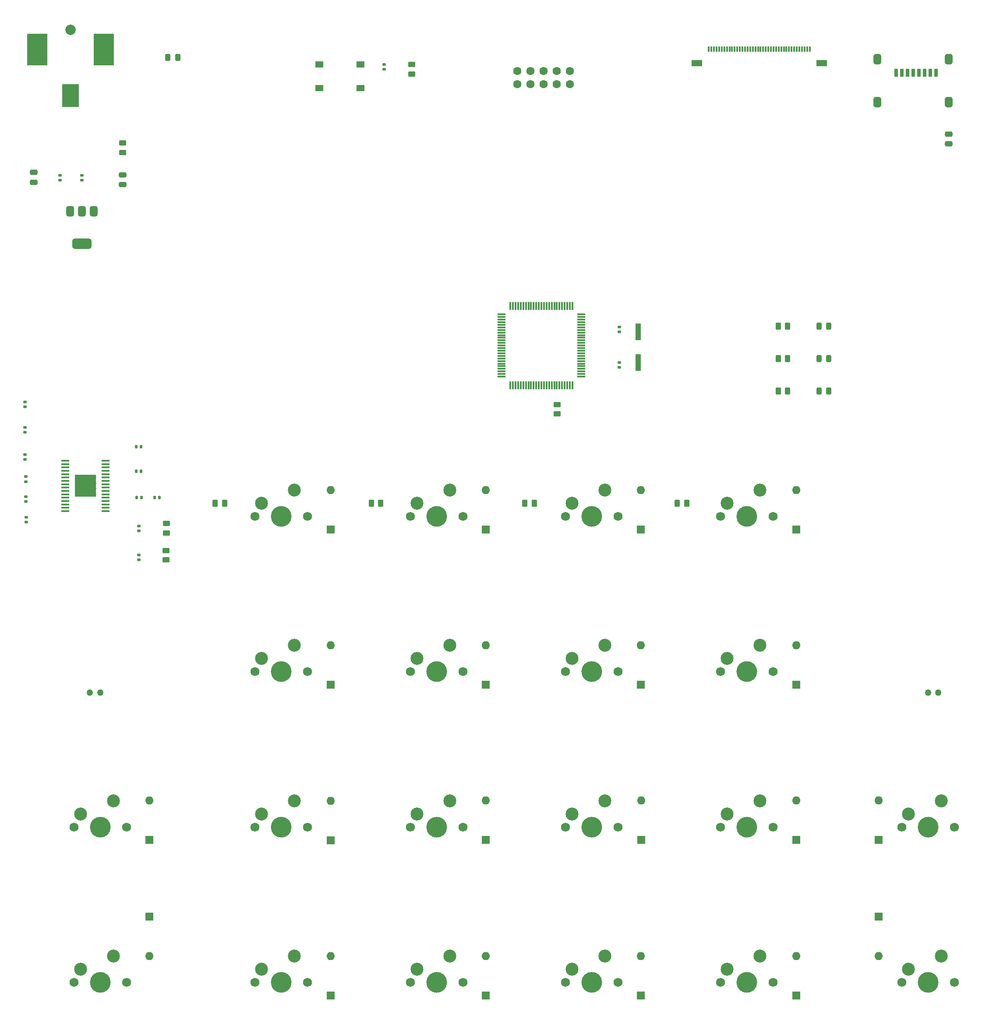
<source format=gts>
G04 #@! TF.GenerationSoftware,KiCad,Pcbnew,8.0.4*
G04 #@! TF.CreationDate,2024-10-08T15:05:27-04:00*
G04 #@! TF.ProjectId,FULL BOARD,46554c4c-2042-44f4-9152-442e6b696361,rev?*
G04 #@! TF.SameCoordinates,Original*
G04 #@! TF.FileFunction,Soldermask,Top*
G04 #@! TF.FilePolarity,Negative*
%FSLAX46Y46*%
G04 Gerber Fmt 4.6, Leading zero omitted, Abs format (unit mm)*
G04 Created by KiCad (PCBNEW 8.0.4) date 2024-10-08 15:05:27*
%MOMM*%
%LPD*%
G01*
G04 APERTURE LIST*
G04 Aperture macros list*
%AMRoundRect*
0 Rectangle with rounded corners*
0 $1 Rounding radius*
0 $2 $3 $4 $5 $6 $7 $8 $9 X,Y pos of 4 corners*
0 Add a 4 corners polygon primitive as box body*
4,1,4,$2,$3,$4,$5,$6,$7,$8,$9,$2,$3,0*
0 Add four circle primitives for the rounded corners*
1,1,$1+$1,$2,$3*
1,1,$1+$1,$4,$5*
1,1,$1+$1,$6,$7*
1,1,$1+$1,$8,$9*
0 Add four rect primitives between the rounded corners*
20,1,$1+$1,$2,$3,$4,$5,0*
20,1,$1+$1,$4,$5,$6,$7,0*
20,1,$1+$1,$6,$7,$8,$9,0*
20,1,$1+$1,$8,$9,$2,$3,0*%
G04 Aperture macros list end*
%ADD10RoundRect,0.140000X0.170000X-0.140000X0.170000X0.140000X-0.170000X0.140000X-0.170000X-0.140000X0*%
%ADD11R,1.041400X3.200400*%
%ADD12RoundRect,0.250000X-0.450000X0.262500X-0.450000X-0.262500X0.450000X-0.262500X0.450000X0.262500X0*%
%ADD13C,1.600200*%
%ADD14RoundRect,0.140000X0.140000X0.170000X-0.140000X0.170000X-0.140000X-0.170000X0.140000X-0.170000X0*%
%ADD15R,1.599999X0.449999*%
%ADD16R,4.110000X4.359999*%
%ADD17C,0.499999*%
%ADD18RoundRect,0.250000X-0.475000X0.250000X-0.475000X-0.250000X0.475000X-0.250000X0.475000X0.250000X0*%
%ADD19C,1.750000*%
%ADD20C,4.000000*%
%ADD21C,2.500000*%
%ADD22C,1.270000*%
%ADD23RoundRect,0.243750X0.243750X0.456250X-0.243750X0.456250X-0.243750X-0.456250X0.243750X-0.456250X0*%
%ADD24RoundRect,0.140000X-0.170000X0.140000X-0.170000X-0.140000X0.170000X-0.140000X0.170000X0.140000X0*%
%ADD25RoundRect,0.243750X-0.243750X-0.456250X0.243750X-0.456250X0.243750X0.456250X-0.243750X0.456250X0*%
%ADD26C,2.006600*%
%ADD27R,3.302000X4.394200*%
%ADD28R,3.911600X6.197600*%
%ADD29RoundRect,0.250000X0.475000X-0.250000X0.475000X0.250000X-0.475000X0.250000X-0.475000X-0.250000X0*%
%ADD30RoundRect,0.140000X-0.140000X-0.170000X0.140000X-0.170000X0.140000X0.170000X-0.140000X0.170000X0*%
%ADD31RoundRect,0.250000X-0.262500X-0.450000X0.262500X-0.450000X0.262500X0.450000X-0.262500X0.450000X0*%
%ADD32RoundRect,0.250000X0.262500X0.450000X-0.262500X0.450000X-0.262500X-0.450000X0.262500X-0.450000X0*%
%ADD33RoundRect,0.250000X0.450000X-0.262500X0.450000X0.262500X-0.450000X0.262500X-0.450000X-0.262500X0*%
%ADD34RoundRect,0.075000X0.725000X0.075000X-0.725000X0.075000X-0.725000X-0.075000X0.725000X-0.075000X0*%
%ADD35RoundRect,0.075000X0.075000X0.725000X-0.075000X0.725000X-0.075000X-0.725000X0.075000X-0.725000X0*%
%ADD36R,0.800000X1.500000*%
%ADD37RoundRect,0.362500X-0.362500X-0.637500X0.362500X-0.637500X0.362500X0.637500X-0.362500X0.637500X0*%
%ADD38RoundRect,0.375000X-0.375000X0.625000X-0.375000X-0.625000X0.375000X-0.625000X0.375000X0.625000X0*%
%ADD39RoundRect,0.500000X-1.400000X0.500000X-1.400000X-0.500000X1.400000X-0.500000X1.400000X0.500000X0*%
%ADD40R,1.550000X1.300000*%
%ADD41R,0.300000X1.000000*%
%ADD42R,2.000000X1.300000*%
%ADD43R,1.600000X1.600000*%
%ADD44O,1.600000X1.600000*%
G04 APERTURE END LIST*
D10*
X96230800Y-142308200D03*
X96230800Y-141348200D03*
D11*
X192711600Y-109789600D03*
X192711600Y-103871400D03*
D12*
X101435200Y-146070000D03*
X101435200Y-147895000D03*
D13*
X179511600Y-53491400D03*
X179511600Y-56031400D03*
X176971600Y-53491400D03*
X176971600Y-56031400D03*
X174431600Y-53491400D03*
X174431600Y-56031400D03*
X171891600Y-53491400D03*
X171891600Y-56031400D03*
X169351600Y-53491400D03*
X169351600Y-56031400D03*
D14*
X100208200Y-135884600D03*
X99248200Y-135884600D03*
D15*
X89819200Y-138494999D03*
X89819200Y-137844998D03*
X89819200Y-137194999D03*
X89819200Y-136544998D03*
X89819200Y-135894999D03*
X89819200Y-135244998D03*
X89819200Y-134594999D03*
X89819200Y-133944998D03*
X89819200Y-133294999D03*
X89819200Y-132644998D03*
X89819200Y-131994999D03*
X89819200Y-131344998D03*
X89819200Y-130695000D03*
X89819200Y-130044998D03*
X89819200Y-129395000D03*
X89819200Y-128744998D03*
X82019200Y-128744998D03*
X82019200Y-129395000D03*
X82019200Y-130044998D03*
X82019200Y-130695000D03*
X82019200Y-131344998D03*
X82019200Y-131994999D03*
X82019200Y-132644998D03*
X82019200Y-133294999D03*
X82019200Y-133944998D03*
X82019200Y-134594999D03*
X82019200Y-135244998D03*
X82019200Y-135894999D03*
X82019200Y-136544998D03*
X82019200Y-137194999D03*
X82019200Y-137844998D03*
X82019200Y-138494999D03*
D16*
X85919200Y-133620000D03*
D17*
X87724200Y-135269999D03*
X87724200Y-134169999D03*
X87724200Y-133070001D03*
X87724200Y-131970001D03*
X85919200Y-135269999D03*
X85919200Y-134169999D03*
X85919200Y-133070001D03*
X85919200Y-131970001D03*
X84114200Y-135269999D03*
X84114200Y-134169999D03*
X84114200Y-133070001D03*
X84114200Y-131970001D03*
D18*
X75856900Y-73068800D03*
X75856900Y-74968800D03*
D19*
X243674000Y-229491400D03*
D20*
X248754000Y-229491400D03*
D19*
X253834000Y-229491400D03*
D21*
X244944000Y-226951400D03*
X251294000Y-224411400D03*
D19*
X148674000Y-229491400D03*
D20*
X153754000Y-229491400D03*
D19*
X158834000Y-229491400D03*
D21*
X149944000Y-226951400D03*
X156294000Y-224411400D03*
D22*
X88754033Y-173514000D03*
X86754032Y-173514000D03*
D23*
X229559000Y-102754000D03*
X227684000Y-102754000D03*
D19*
X118674000Y-229491400D03*
D20*
X123754000Y-229491400D03*
D19*
X128834000Y-229491400D03*
D21*
X119944000Y-226951400D03*
X126294000Y-224411400D03*
D10*
X96228200Y-147919000D03*
X96228200Y-146959000D03*
D24*
X74409600Y-135656000D03*
X74409600Y-136616000D03*
D19*
X178674000Y-199491400D03*
D20*
X183754000Y-199491400D03*
D19*
X188834000Y-199491400D03*
D21*
X179944000Y-196951400D03*
X186294000Y-194411400D03*
D25*
X101841600Y-50891400D03*
X103716600Y-50891400D03*
D19*
X83674000Y-199491400D03*
D20*
X88754000Y-199491400D03*
D19*
X93834000Y-199491400D03*
D21*
X84944000Y-196951400D03*
X91294000Y-194411400D03*
D26*
X83021600Y-45491400D03*
D27*
X83021600Y-58238510D03*
D28*
X89477400Y-49294800D03*
X76565800Y-49294800D03*
D29*
X93078100Y-75451400D03*
X93078100Y-73551400D03*
D19*
X208674000Y-199491400D03*
D20*
X213754000Y-199491400D03*
D19*
X218834000Y-199491400D03*
D21*
X209944000Y-196951400D03*
X216294000Y-194411400D03*
D10*
X189101600Y-103871400D03*
X189101600Y-102911400D03*
D30*
X95700000Y-130779200D03*
X96660000Y-130779200D03*
D31*
X219806500Y-115284000D03*
X221631500Y-115284000D03*
D30*
X95771000Y-135884600D03*
X96731000Y-135884600D03*
D32*
X112799000Y-136954000D03*
X110974000Y-136954000D03*
D19*
X118674000Y-169491400D03*
D20*
X123754000Y-169491400D03*
D19*
X128834000Y-169491400D03*
D21*
X119944000Y-166951400D03*
X126294000Y-164411400D03*
D19*
X118674000Y-199491400D03*
D20*
X123754000Y-199491400D03*
D19*
X128834000Y-199491400D03*
D21*
X119944000Y-196951400D03*
X126294000Y-194411400D03*
D23*
X229579000Y-109014000D03*
X227704000Y-109014000D03*
D33*
X148931600Y-54036400D03*
X148931600Y-52211400D03*
D19*
X148674000Y-139491400D03*
D20*
X153754000Y-139491400D03*
D19*
X158834000Y-139491400D03*
D21*
X149944000Y-136951400D03*
X156294000Y-134411400D03*
D19*
X148674000Y-169491400D03*
D20*
X153754000Y-169491400D03*
D19*
X158834000Y-169491400D03*
D21*
X149944000Y-166951400D03*
X156294000Y-164411400D03*
D31*
X219819000Y-109024000D03*
X221644000Y-109024000D03*
X219819000Y-102774000D03*
X221644000Y-102774000D03*
D10*
X74358800Y-132780600D03*
X74358800Y-131820600D03*
D19*
X208674000Y-229491400D03*
D20*
X213754000Y-229491400D03*
D19*
X218834000Y-229491400D03*
D21*
X209944000Y-226951400D03*
X216294000Y-224411400D03*
D12*
X101511400Y-140888400D03*
X101511400Y-142713400D03*
D32*
X172669000Y-136934000D03*
X170844000Y-136934000D03*
D24*
X74206400Y-127578800D03*
X74206400Y-128538800D03*
D19*
X208674000Y-139491400D03*
D20*
X213754000Y-139491400D03*
D19*
X218834000Y-139491400D03*
D21*
X209944000Y-136951400D03*
X216294000Y-134411400D03*
D22*
X250753968Y-173514000D03*
X248753967Y-173514000D03*
D19*
X118674000Y-139491400D03*
D20*
X123754000Y-139491400D03*
D19*
X128834000Y-139491400D03*
D21*
X119944000Y-136951400D03*
X126294000Y-134411400D03*
D34*
X181702000Y-112501000D03*
X181702000Y-112001000D03*
X181702000Y-111501000D03*
X181702000Y-111001000D03*
X181702000Y-110501000D03*
X181702000Y-110001000D03*
X181702000Y-109501000D03*
X181702000Y-109001000D03*
X181702000Y-108501000D03*
X181702000Y-108001000D03*
X181702000Y-107501000D03*
X181702000Y-107001000D03*
X181702000Y-106501000D03*
X181702000Y-106001000D03*
X181702000Y-105501000D03*
X181702000Y-105001000D03*
X181702000Y-104501000D03*
X181702000Y-104001000D03*
X181702000Y-103501000D03*
X181702000Y-103001000D03*
X181702000Y-102501000D03*
X181702000Y-102001000D03*
X181702000Y-101501000D03*
X181702000Y-101001000D03*
X181702000Y-100501000D03*
D35*
X180027000Y-98826000D03*
X179527000Y-98826000D03*
X179027000Y-98826000D03*
X178527000Y-98826000D03*
X178027000Y-98826000D03*
X177527000Y-98826000D03*
X177027000Y-98826000D03*
X176527000Y-98826000D03*
X176027000Y-98826000D03*
X175527000Y-98826000D03*
X175027000Y-98826000D03*
X174527000Y-98826000D03*
X174027000Y-98826000D03*
X173527000Y-98826000D03*
X173027000Y-98826000D03*
X172527000Y-98826000D03*
X172027000Y-98826000D03*
X171527000Y-98826000D03*
X171027000Y-98826000D03*
X170527000Y-98826000D03*
X170027000Y-98826000D03*
X169527000Y-98826000D03*
X169027000Y-98826000D03*
X168527000Y-98826000D03*
X168027000Y-98826000D03*
D34*
X166352000Y-100501000D03*
X166352000Y-101001000D03*
X166352000Y-101501000D03*
X166352000Y-102001000D03*
X166352000Y-102501000D03*
X166352000Y-103001000D03*
X166352000Y-103501000D03*
X166352000Y-104001000D03*
X166352000Y-104501000D03*
X166352000Y-105001000D03*
X166352000Y-105501000D03*
X166352000Y-106001000D03*
X166352000Y-106501000D03*
X166352000Y-107001000D03*
X166352000Y-107501000D03*
X166352000Y-108001000D03*
X166352000Y-108501000D03*
X166352000Y-109001000D03*
X166352000Y-109501000D03*
X166352000Y-110001000D03*
X166352000Y-110501000D03*
X166352000Y-111001000D03*
X166352000Y-111501000D03*
X166352000Y-112001000D03*
X166352000Y-112501000D03*
D35*
X168027000Y-114176000D03*
X168527000Y-114176000D03*
X169027000Y-114176000D03*
X169527000Y-114176000D03*
X170027000Y-114176000D03*
X170527000Y-114176000D03*
X171027000Y-114176000D03*
X171527000Y-114176000D03*
X172027000Y-114176000D03*
X172527000Y-114176000D03*
X173027000Y-114176000D03*
X173527000Y-114176000D03*
X174027000Y-114176000D03*
X174527000Y-114176000D03*
X175027000Y-114176000D03*
X175527000Y-114176000D03*
X176027000Y-114176000D03*
X176527000Y-114176000D03*
X177027000Y-114176000D03*
X177527000Y-114176000D03*
X178027000Y-114176000D03*
X178527000Y-114176000D03*
X179027000Y-114176000D03*
X179527000Y-114176000D03*
X180027000Y-114176000D03*
D36*
X242641600Y-53781400D03*
X243741600Y-53781400D03*
X244841600Y-53781400D03*
X245941600Y-53781400D03*
X247041600Y-53781400D03*
X248141600Y-53781400D03*
X249241600Y-53781400D03*
X250341600Y-53781400D03*
D37*
X238971600Y-51181400D03*
X238971600Y-59481400D03*
X252721600Y-51181400D03*
X252721600Y-59481400D03*
D38*
X87504100Y-80561400D03*
X85204100Y-80561400D03*
D39*
X85204100Y-86861400D03*
D38*
X82904100Y-80561400D03*
D40*
X139021600Y-56751400D03*
X131061600Y-56751400D03*
X139021600Y-52251400D03*
X131061600Y-52251400D03*
D19*
X83674000Y-229491400D03*
D20*
X88754000Y-229491400D03*
D19*
X93834000Y-229491400D03*
D21*
X84944000Y-226951400D03*
X91294000Y-224411400D03*
D24*
X143597600Y-52211400D03*
X143597600Y-53171400D03*
D19*
X148674000Y-199491400D03*
D20*
X153754000Y-199491400D03*
D19*
X158834000Y-199491400D03*
D21*
X149944000Y-196951400D03*
X156294000Y-194411400D03*
D10*
X85204100Y-74562200D03*
X85204100Y-73602200D03*
D19*
X243674000Y-199491400D03*
D20*
X248754000Y-199491400D03*
D19*
X253834000Y-199491400D03*
D21*
X244944000Y-196951400D03*
X251294000Y-194411400D03*
D32*
X142969000Y-136924000D03*
X141144000Y-136924000D03*
D24*
X189111600Y-109791400D03*
X189111600Y-110751400D03*
X80962300Y-73602200D03*
X80962300Y-74562200D03*
D14*
X96657400Y-126054800D03*
X95697400Y-126054800D03*
D41*
X206391576Y-49291401D03*
X206891575Y-49291401D03*
X207391577Y-49291401D03*
X207891576Y-49291401D03*
X208391577Y-49291401D03*
X208891576Y-49291401D03*
X209391575Y-49291401D03*
X209891577Y-49291401D03*
X210391576Y-49291401D03*
X210891575Y-49291401D03*
X211391576Y-49291401D03*
X211891575Y-49291401D03*
X212391577Y-49291401D03*
X212891576Y-49291401D03*
X213391575Y-49291401D03*
X213891576Y-49291401D03*
X214391575Y-49291401D03*
X214891577Y-49291401D03*
X215391576Y-49291401D03*
X215891575Y-49291401D03*
X216391577Y-49291401D03*
X216891575Y-49291401D03*
X217391577Y-49291401D03*
X217891576Y-49291401D03*
X218391575Y-49291401D03*
X218891577Y-49291401D03*
X219391576Y-49291401D03*
X219891577Y-49291401D03*
X220391576Y-49291401D03*
X220891575Y-49291401D03*
X221391577Y-49291401D03*
X221891576Y-49291401D03*
X222391577Y-49291401D03*
X222891576Y-49291401D03*
X223391575Y-49291401D03*
X223891577Y-49291401D03*
X224391576Y-49291401D03*
X224891577Y-49291401D03*
X225391576Y-49291401D03*
X225891575Y-49291401D03*
D42*
X204091596Y-51991400D03*
X228191558Y-51991400D03*
D24*
X74206400Y-122321000D03*
X74206400Y-123281000D03*
D19*
X208674000Y-169491400D03*
D20*
X213754000Y-169491400D03*
D19*
X218834000Y-169491400D03*
D21*
X209944000Y-166951400D03*
X216294000Y-164411400D03*
D19*
X178674000Y-169491400D03*
D20*
X183754000Y-169491400D03*
D19*
X188834000Y-169491400D03*
D21*
X179944000Y-166951400D03*
X186294000Y-164411400D03*
D18*
X252761600Y-65651400D03*
X252761600Y-67551400D03*
D23*
X229594000Y-115294000D03*
X227719000Y-115294000D03*
D19*
X178674000Y-229491400D03*
D20*
X183754000Y-229491400D03*
D19*
X188834000Y-229491400D03*
D21*
X179944000Y-226951400D03*
X186294000Y-224411400D03*
D12*
X93071600Y-67408900D03*
X93071600Y-69233900D03*
D19*
X178674000Y-139491400D03*
D20*
X183754000Y-139491400D03*
D19*
X188834000Y-139491400D03*
D21*
X179944000Y-136951400D03*
X186294000Y-134411400D03*
D24*
X74206400Y-117370600D03*
X74206400Y-118330600D03*
D32*
X202119000Y-136974000D03*
X200294000Y-136974000D03*
D12*
X177051000Y-117876000D03*
X177051000Y-119701000D03*
D10*
X74435000Y-140629200D03*
X74435000Y-139669200D03*
D43*
X98268000Y-216799400D03*
D44*
X98268000Y-224419400D03*
D43*
X98258000Y-202029400D03*
D44*
X98258000Y-194409400D03*
D43*
X163279000Y-172014000D03*
D44*
X163279000Y-164394000D03*
D43*
X133278000Y-172029400D03*
D44*
X133278000Y-164409400D03*
D43*
X193278000Y-142039400D03*
D44*
X193278000Y-134419400D03*
D43*
X239258000Y-216789400D03*
D44*
X239258000Y-224409400D03*
D43*
X223288000Y-202019400D03*
D44*
X223288000Y-194399400D03*
D43*
X223278000Y-172019400D03*
D44*
X223278000Y-164399400D03*
D43*
X133268000Y-142029400D03*
D44*
X133268000Y-134409400D03*
D43*
X133298000Y-232039400D03*
D44*
X133298000Y-224419400D03*
D43*
X163268000Y-232029400D03*
D44*
X163268000Y-224409400D03*
D43*
X133278000Y-202039400D03*
D44*
X133278000Y-194419400D03*
D43*
X193288000Y-202019400D03*
D44*
X193288000Y-194399400D03*
D43*
X223278000Y-142029400D03*
D44*
X223278000Y-134409400D03*
D43*
X193278000Y-172019400D03*
D44*
X193278000Y-164399400D03*
D43*
X163258000Y-142039400D03*
D44*
X163258000Y-134419400D03*
D43*
X193278000Y-232029400D03*
D44*
X193278000Y-224409400D03*
D43*
X163298000Y-202029400D03*
D44*
X163298000Y-194409400D03*
D43*
X239228000Y-202029400D03*
D44*
X239228000Y-194409400D03*
D43*
X223258000Y-232019400D03*
D44*
X223258000Y-224399400D03*
M02*

</source>
